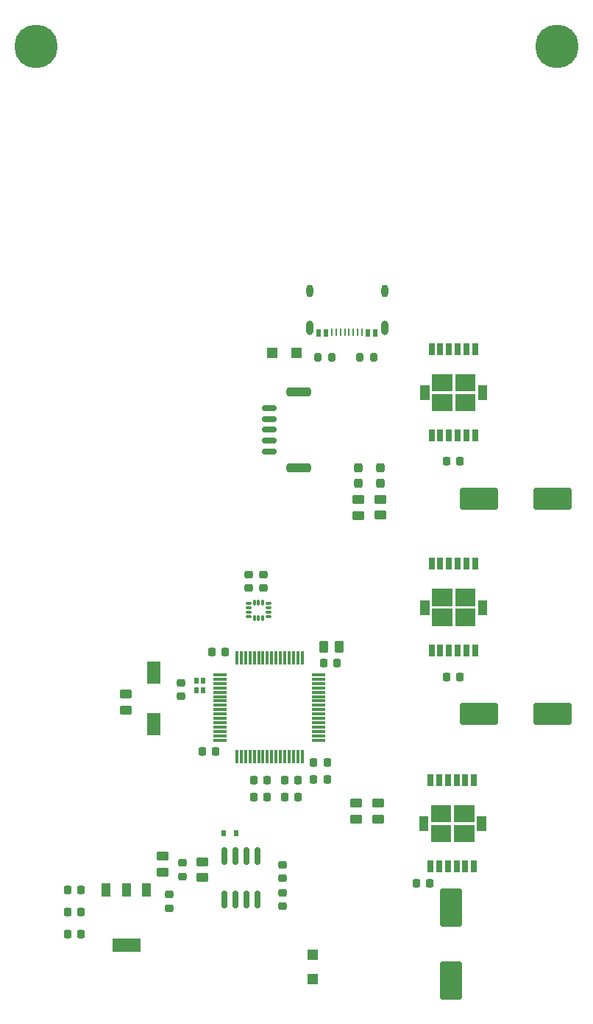
<source format=gbr>
%TF.GenerationSoftware,KiCad,Pcbnew,7.0.9-7.0.9~ubuntu22.04.1*%
%TF.CreationDate,2023-12-07T20:45:01+01:00*%
%TF.ProjectId,Carte_Base_roulante_2024,43617274-655f-4426-9173-655f726f756c,rev?*%
%TF.SameCoordinates,Original*%
%TF.FileFunction,Paste,Top*%
%TF.FilePolarity,Positive*%
%FSLAX46Y46*%
G04 Gerber Fmt 4.6, Leading zero omitted, Abs format (unit mm)*
G04 Created by KiCad (PCBNEW 7.0.9-7.0.9~ubuntu22.04.1) date 2023-12-07 20:45:01*
%MOMM*%
%LPD*%
G01*
G04 APERTURE LIST*
G04 Aperture macros list*
%AMRoundRect*
0 Rectangle with rounded corners*
0 $1 Rounding radius*
0 $2 $3 $4 $5 $6 $7 $8 $9 X,Y pos of 4 corners*
0 Add a 4 corners polygon primitive as box body*
4,1,4,$2,$3,$4,$5,$6,$7,$8,$9,$2,$3,0*
0 Add four circle primitives for the rounded corners*
1,1,$1+$1,$2,$3*
1,1,$1+$1,$4,$5*
1,1,$1+$1,$6,$7*
1,1,$1+$1,$8,$9*
0 Add four rect primitives between the rounded corners*
20,1,$1+$1,$2,$3,$4,$5,0*
20,1,$1+$1,$4,$5,$6,$7,0*
20,1,$1+$1,$6,$7,$8,$9,0*
20,1,$1+$1,$8,$9,$2,$3,0*%
G04 Aperture macros list end*
%ADD10C,0.010000*%
%ADD11C,5.000000*%
%ADD12RoundRect,0.237500X-0.237500X0.287500X-0.237500X-0.287500X0.237500X-0.287500X0.237500X0.287500X0*%
%ADD13R,0.650000X1.350000*%
%ADD14RoundRect,0.225000X0.225000X0.250000X-0.225000X0.250000X-0.225000X-0.250000X0.225000X-0.250000X0*%
%ADD15RoundRect,0.250000X-0.450000X0.262500X-0.450000X-0.262500X0.450000X-0.262500X0.450000X0.262500X0*%
%ADD16RoundRect,0.150000X-0.150000X0.825000X-0.150000X-0.825000X0.150000X-0.825000X0.150000X0.825000X0*%
%ADD17RoundRect,0.225000X-0.250000X0.225000X-0.250000X-0.225000X0.250000X-0.225000X0.250000X0.225000X0*%
%ADD18R,0.480000X0.872000*%
%ADD19R,0.240000X0.912000*%
%ADD20O,0.800000X1.680000*%
%ADD21O,0.800000X1.440000*%
%ADD22R,1.000000X1.500000*%
%ADD23R,3.300000X1.500000*%
%ADD24RoundRect,0.250000X0.450000X-0.262500X0.450000X0.262500X-0.450000X0.262500X-0.450000X-0.262500X0*%
%ADD25R,1.600000X2.500000*%
%ADD26R,1.200000X1.200000*%
%ADD27RoundRect,0.200000X0.200000X0.275000X-0.200000X0.275000X-0.200000X-0.275000X0.200000X-0.275000X0*%
%ADD28R,0.600000X0.700000*%
%ADD29RoundRect,0.075000X-0.700000X-0.075000X0.700000X-0.075000X0.700000X0.075000X-0.700000X0.075000X0*%
%ADD30RoundRect,0.075000X-0.075000X-0.700000X0.075000X-0.700000X0.075000X0.700000X-0.075000X0.700000X0*%
%ADD31RoundRect,0.218750X0.256250X-0.218750X0.256250X0.218750X-0.256250X0.218750X-0.256250X-0.218750X0*%
%ADD32RoundRect,0.250000X-0.262500X-0.450000X0.262500X-0.450000X0.262500X0.450000X-0.262500X0.450000X0*%
%ADD33RoundRect,0.250000X-1.950000X-1.000000X1.950000X-1.000000X1.950000X1.000000X-1.950000X1.000000X0*%
%ADD34RoundRect,0.200000X-0.200000X-0.275000X0.200000X-0.275000X0.200000X0.275000X-0.200000X0.275000X0*%
%ADD35RoundRect,0.250000X-1.000000X1.950000X-1.000000X-1.950000X1.000000X-1.950000X1.000000X1.950000X0*%
%ADD36RoundRect,0.225000X0.250000X-0.225000X0.250000X0.225000X-0.250000X0.225000X-0.250000X-0.225000X0*%
%ADD37RoundRect,0.027500X-0.222500X0.272500X-0.222500X-0.272500X0.222500X-0.272500X0.222500X0.272500X0*%
%ADD38RoundRect,0.225000X-0.225000X-0.250000X0.225000X-0.250000X0.225000X0.250000X-0.225000X0.250000X0*%
%ADD39RoundRect,0.150000X-0.700000X0.150000X-0.700000X-0.150000X0.700000X-0.150000X0.700000X0.150000X0*%
%ADD40RoundRect,0.250000X-1.150000X0.250000X-1.150000X-0.250000X1.150000X-0.250000X1.150000X0.250000X0*%
%ADD41RoundRect,0.087500X0.225000X0.087500X-0.225000X0.087500X-0.225000X-0.087500X0.225000X-0.087500X0*%
%ADD42RoundRect,0.087500X0.087500X0.225000X-0.087500X0.225000X-0.087500X-0.225000X0.087500X-0.225000X0*%
G04 APERTURE END LIST*
%TO.C,U2*%
D10*
X138847000Y-103563500D02*
X136597000Y-103563500D01*
X136597000Y-101663500D01*
X138847000Y-101663500D01*
X138847000Y-103563500D01*
G36*
X138847000Y-103563500D02*
G01*
X136597000Y-103563500D01*
X136597000Y-101663500D01*
X138847000Y-101663500D01*
X138847000Y-103563500D01*
G37*
X141497000Y-103563500D02*
X139247000Y-103563500D01*
X139247000Y-101663500D01*
X141497000Y-101663500D01*
X141497000Y-103563500D01*
G36*
X141497000Y-103563500D02*
G01*
X139247000Y-103563500D01*
X139247000Y-101663500D01*
X141497000Y-101663500D01*
X141497000Y-103563500D01*
G37*
X136197000Y-102263500D02*
X135247000Y-102263500D01*
X135247000Y-100663500D01*
X136197000Y-100663500D01*
X136197000Y-102263500D01*
G36*
X136197000Y-102263500D02*
G01*
X135247000Y-102263500D01*
X135247000Y-100663500D01*
X136197000Y-100663500D01*
X136197000Y-102263500D01*
G37*
X142847000Y-102263500D02*
X141897000Y-102263500D01*
X141897000Y-100663500D01*
X142847000Y-100663500D01*
X142847000Y-102263500D01*
G36*
X142847000Y-102263500D02*
G01*
X141897000Y-102263500D01*
X141897000Y-100663500D01*
X142847000Y-100663500D01*
X142847000Y-102263500D01*
G37*
X138847000Y-101263500D02*
X136597000Y-101263500D01*
X136597000Y-99363500D01*
X138847000Y-99363500D01*
X138847000Y-101263500D01*
G36*
X138847000Y-101263500D02*
G01*
X136597000Y-101263500D01*
X136597000Y-99363500D01*
X138847000Y-99363500D01*
X138847000Y-101263500D01*
G37*
X141497000Y-101263500D02*
X139247000Y-101263500D01*
X139247000Y-99363500D01*
X141497000Y-99363500D01*
X141497000Y-101263500D01*
G36*
X141497000Y-101263500D02*
G01*
X139247000Y-101263500D01*
X139247000Y-99363500D01*
X141497000Y-99363500D01*
X141497000Y-101263500D01*
G37*
%TO.C,U6*%
X138847000Y-78880000D02*
X136597000Y-78880000D01*
X136597000Y-76980000D01*
X138847000Y-76980000D01*
X138847000Y-78880000D01*
G36*
X138847000Y-78880000D02*
G01*
X136597000Y-78880000D01*
X136597000Y-76980000D01*
X138847000Y-76980000D01*
X138847000Y-78880000D01*
G37*
X141497000Y-78880000D02*
X139247000Y-78880000D01*
X139247000Y-76980000D01*
X141497000Y-76980000D01*
X141497000Y-78880000D01*
G36*
X141497000Y-78880000D02*
G01*
X139247000Y-78880000D01*
X139247000Y-76980000D01*
X141497000Y-76980000D01*
X141497000Y-78880000D01*
G37*
X136197000Y-77580000D02*
X135247000Y-77580000D01*
X135247000Y-75980000D01*
X136197000Y-75980000D01*
X136197000Y-77580000D01*
G36*
X136197000Y-77580000D02*
G01*
X135247000Y-77580000D01*
X135247000Y-75980000D01*
X136197000Y-75980000D01*
X136197000Y-77580000D01*
G37*
X142847000Y-77580000D02*
X141897000Y-77580000D01*
X141897000Y-75980000D01*
X142847000Y-75980000D01*
X142847000Y-77580000D01*
G36*
X142847000Y-77580000D02*
G01*
X141897000Y-77580000D01*
X141897000Y-75980000D01*
X142847000Y-75980000D01*
X142847000Y-77580000D01*
G37*
X138847000Y-76580000D02*
X136597000Y-76580000D01*
X136597000Y-74680000D01*
X138847000Y-74680000D01*
X138847000Y-76580000D01*
G36*
X138847000Y-76580000D02*
G01*
X136597000Y-76580000D01*
X136597000Y-74680000D01*
X138847000Y-74680000D01*
X138847000Y-76580000D01*
G37*
X141497000Y-76580000D02*
X139247000Y-76580000D01*
X139247000Y-74680000D01*
X141497000Y-74680000D01*
X141497000Y-76580000D01*
G36*
X141497000Y-76580000D02*
G01*
X139247000Y-76580000D01*
X139247000Y-74680000D01*
X141497000Y-74680000D01*
X141497000Y-76580000D01*
G37*
%TO.C,U3*%
X138720000Y-128410000D02*
X136470000Y-128410000D01*
X136470000Y-126510000D01*
X138720000Y-126510000D01*
X138720000Y-128410000D01*
G36*
X138720000Y-128410000D02*
G01*
X136470000Y-128410000D01*
X136470000Y-126510000D01*
X138720000Y-126510000D01*
X138720000Y-128410000D01*
G37*
X141370000Y-128410000D02*
X139120000Y-128410000D01*
X139120000Y-126510000D01*
X141370000Y-126510000D01*
X141370000Y-128410000D01*
G36*
X141370000Y-128410000D02*
G01*
X139120000Y-128410000D01*
X139120000Y-126510000D01*
X141370000Y-126510000D01*
X141370000Y-128410000D01*
G37*
X136070000Y-127110000D02*
X135120000Y-127110000D01*
X135120000Y-125510000D01*
X136070000Y-125510000D01*
X136070000Y-127110000D01*
G36*
X136070000Y-127110000D02*
G01*
X135120000Y-127110000D01*
X135120000Y-125510000D01*
X136070000Y-125510000D01*
X136070000Y-127110000D01*
G37*
X142720000Y-127110000D02*
X141770000Y-127110000D01*
X141770000Y-125510000D01*
X142720000Y-125510000D01*
X142720000Y-127110000D01*
G36*
X142720000Y-127110000D02*
G01*
X141770000Y-127110000D01*
X141770000Y-125510000D01*
X142720000Y-125510000D01*
X142720000Y-127110000D01*
G37*
X138720000Y-126110000D02*
X136470000Y-126110000D01*
X136470000Y-124210000D01*
X138720000Y-124210000D01*
X138720000Y-126110000D01*
G36*
X138720000Y-126110000D02*
G01*
X136470000Y-126110000D01*
X136470000Y-124210000D01*
X138720000Y-124210000D01*
X138720000Y-126110000D01*
G37*
X141370000Y-126110000D02*
X139120000Y-126110000D01*
X139120000Y-124210000D01*
X141370000Y-124210000D01*
X141370000Y-126110000D01*
G36*
X141370000Y-126110000D02*
G01*
X139120000Y-126110000D01*
X139120000Y-124210000D01*
X141370000Y-124210000D01*
X141370000Y-126110000D01*
G37*
%TD*%
D11*
%TO.C,REF\u002A\u002A*%
X151000000Y-37000000D03*
%TD*%
%TO.C,REF\u002A\u002A*%
X91000000Y-37000000D03*
%TD*%
D12*
%TO.C,LED2*%
X128072000Y-85475500D03*
X128072000Y-87225500D03*
%TD*%
D13*
%TO.C,U2*%
X136547000Y-106438500D03*
X137547000Y-106438500D03*
X138547000Y-106438500D03*
X139547000Y-106438500D03*
X140547000Y-106438500D03*
X141547000Y-106438500D03*
X141547000Y-96488500D03*
X140547000Y-96488500D03*
X139547000Y-96488500D03*
X138547000Y-96488500D03*
X137547000Y-96488500D03*
X136547000Y-96488500D03*
%TD*%
%TO.C,U6*%
X136547000Y-81755000D03*
X137547000Y-81755000D03*
X138547000Y-81755000D03*
X139547000Y-81755000D03*
X140547000Y-81755000D03*
X141547000Y-81755000D03*
X141547000Y-71805000D03*
X140547000Y-71805000D03*
X139547000Y-71805000D03*
X138547000Y-71805000D03*
X137547000Y-71805000D03*
X136547000Y-71805000D03*
%TD*%
D14*
%TO.C,C8*%
X125646000Y-107917000D03*
X124096000Y-107917000D03*
%TD*%
D15*
%TO.C,R4*%
X130358000Y-123999000D03*
X130358000Y-125824000D03*
%TD*%
D16*
%TO.C,Q2*%
X116515000Y-130080000D03*
X115245000Y-130080000D03*
X113975000Y-130080000D03*
X112705000Y-130080000D03*
X112705000Y-135030000D03*
X113975000Y-135030000D03*
X115245000Y-135030000D03*
X116515000Y-135030000D03*
%TD*%
D17*
%TO.C,C16*%
X115471500Y-97736000D03*
X115471500Y-99286000D03*
%TD*%
D14*
%TO.C,C14*%
X117645000Y-123284000D03*
X116095000Y-123284000D03*
%TD*%
D18*
%TO.C,USB-C1*%
X130048000Y-69930000D03*
X129248000Y-69930000D03*
D19*
X128048000Y-69905000D03*
X127048000Y-69905000D03*
X126548000Y-69905000D03*
X125548000Y-69905000D03*
D18*
X123548000Y-69930000D03*
X124348000Y-69930000D03*
D19*
X125048000Y-69905000D03*
X126048000Y-69905000D03*
X127548000Y-69905000D03*
X128548000Y-69905000D03*
D20*
X131118000Y-69335000D03*
D21*
X131118000Y-65155000D03*
D20*
X122478000Y-69335000D03*
D21*
X122478000Y-65155000D03*
%TD*%
D22*
%TO.C,Transfo5->3.3*%
X103702000Y-134002000D03*
X101402000Y-134002000D03*
X99102000Y-134002000D03*
D23*
X101402000Y-140302000D03*
%TD*%
D24*
%TO.C,R5*%
X105593000Y-131920000D03*
X105593000Y-130095000D03*
%TD*%
D14*
%TO.C,C9*%
X124516000Y-119347000D03*
X122966000Y-119347000D03*
%TD*%
D25*
%TO.C,SWITCH1*%
X104551000Y-114902000D03*
X104551000Y-109002000D03*
%TD*%
D26*
%TO.C,D2*%
X122865000Y-144239000D03*
X122865000Y-141439000D03*
%TD*%
D14*
%TO.C,C12*%
X121175000Y-123284000D03*
X119625000Y-123284000D03*
%TD*%
D15*
%TO.C,R2*%
X110165000Y-130730000D03*
X110165000Y-132555000D03*
%TD*%
D27*
%TO.C,R8*%
X125087000Y-72738000D03*
X123437000Y-72738000D03*
%TD*%
D28*
%TO.C,ZENER1*%
X114040000Y-127475000D03*
X112640000Y-127475000D03*
%TD*%
D29*
%TO.C,U1*%
X112211000Y-109247000D03*
X112211000Y-109747000D03*
X112211000Y-110247000D03*
X112211000Y-110747000D03*
X112211000Y-111247000D03*
X112211000Y-111747000D03*
X112211000Y-112247000D03*
X112211000Y-112747000D03*
X112211000Y-113247000D03*
X112211000Y-113747000D03*
X112211000Y-114247000D03*
X112211000Y-114747000D03*
X112211000Y-115247000D03*
X112211000Y-115747000D03*
X112211000Y-116247000D03*
X112211000Y-116747000D03*
D30*
X114136000Y-118672000D03*
X114636000Y-118672000D03*
X115136000Y-118672000D03*
X115636000Y-118672000D03*
X116136000Y-118672000D03*
X116636000Y-118672000D03*
X117136000Y-118672000D03*
X117636000Y-118672000D03*
X118136000Y-118672000D03*
X118636000Y-118672000D03*
X119136000Y-118672000D03*
X119636000Y-118672000D03*
X120136000Y-118672000D03*
X120636000Y-118672000D03*
X121136000Y-118672000D03*
X121636000Y-118672000D03*
D29*
X123561000Y-116747000D03*
X123561000Y-116247000D03*
X123561000Y-115747000D03*
X123561000Y-115247000D03*
X123561000Y-114747000D03*
X123561000Y-114247000D03*
X123561000Y-113747000D03*
X123561000Y-113247000D03*
X123561000Y-112747000D03*
X123561000Y-112247000D03*
X123561000Y-111747000D03*
X123561000Y-111247000D03*
X123561000Y-110747000D03*
X123561000Y-110247000D03*
X123561000Y-109747000D03*
X123561000Y-109247000D03*
D30*
X121636000Y-107322000D03*
X121136000Y-107322000D03*
X120636000Y-107322000D03*
X120136000Y-107322000D03*
X119636000Y-107322000D03*
X119136000Y-107322000D03*
X118636000Y-107322000D03*
X118136000Y-107322000D03*
X117636000Y-107322000D03*
X117136000Y-107322000D03*
X116636000Y-107322000D03*
X116136000Y-107322000D03*
X115636000Y-107322000D03*
X115136000Y-107322000D03*
X114636000Y-107322000D03*
X114136000Y-107322000D03*
%TD*%
D14*
%TO.C,C22*%
X96209000Y-134002000D03*
X94659000Y-134002000D03*
%TD*%
D31*
%TO.C,D5*%
X107879000Y-132428000D03*
X107879000Y-130853000D03*
%TD*%
D32*
%TO.C,R1*%
X124111500Y-106012000D03*
X125936500Y-106012000D03*
%TD*%
D17*
%TO.C,C23*%
X119387500Y-131098000D03*
X119387500Y-132648000D03*
%TD*%
D33*
%TO.C,C2*%
X142024000Y-88975000D03*
X150424000Y-88975000D03*
%TD*%
D34*
%TO.C,R7*%
X128263000Y-72738000D03*
X129913000Y-72738000D03*
%TD*%
D35*
%TO.C,C6*%
X138740000Y-135975000D03*
X138740000Y-144375000D03*
%TD*%
D14*
%TO.C,C11*%
X124516000Y-121252000D03*
X122966000Y-121252000D03*
%TD*%
D24*
%TO.C,R3*%
X127818000Y-125824000D03*
X127818000Y-123999000D03*
%TD*%
D17*
%TO.C,C17*%
X117216500Y-97736000D03*
X117216500Y-99286000D03*
%TD*%
D14*
%TO.C,C21*%
X96209000Y-136512000D03*
X94659000Y-136512000D03*
%TD*%
%TO.C,C15*%
X117645000Y-121379000D03*
X116095000Y-121379000D03*
%TD*%
D36*
%TO.C,C24*%
X119387500Y-135870000D03*
X119387500Y-134320000D03*
%TD*%
D37*
%TO.C,QUARTZ1*%
X109466000Y-109907000D03*
X109466000Y-111007000D03*
X110266000Y-111007000D03*
X110266000Y-109907000D03*
%TD*%
D12*
%TO.C,LED1*%
X130612000Y-85466000D03*
X130612000Y-87216000D03*
%TD*%
D17*
%TO.C,C18*%
X107726000Y-110177000D03*
X107726000Y-111727000D03*
%TD*%
D38*
%TO.C,C7*%
X110126000Y-118077000D03*
X111676000Y-118077000D03*
%TD*%
%TO.C,C10*%
X111256000Y-106647000D03*
X112806000Y-106647000D03*
%TD*%
D14*
%TO.C,C20*%
X96209000Y-139022000D03*
X94659000Y-139022000D03*
%TD*%
D26*
%TO.C,D3*%
X118160000Y-72230000D03*
X120960000Y-72230000D03*
%TD*%
D14*
%TO.C,C13*%
X121175000Y-121379000D03*
X119625000Y-121379000D03*
%TD*%
D24*
%TO.C,R6*%
X128072000Y-90922500D03*
X128072000Y-89097500D03*
%TD*%
D33*
%TO.C,C4*%
X142024000Y-113725000D03*
X150424000Y-113725000D03*
%TD*%
D13*
%TO.C,U3*%
X136420000Y-131285000D03*
X137420000Y-131285000D03*
X138420000Y-131285000D03*
X139420000Y-131285000D03*
X140420000Y-131285000D03*
X141420000Y-131285000D03*
X141420000Y-121335000D03*
X140420000Y-121335000D03*
X139420000Y-121335000D03*
X138420000Y-121335000D03*
X137420000Y-121335000D03*
X136420000Y-121335000D03*
%TD*%
D24*
%TO.C,R10*%
X130646000Y-90913000D03*
X130646000Y-89088000D03*
%TD*%
D39*
%TO.C,DEBUG1*%
X117864000Y-78588000D03*
X117864000Y-79838000D03*
X117864000Y-81088000D03*
X117864000Y-82338000D03*
X117864000Y-83588000D03*
D40*
X121214000Y-76738000D03*
X121214000Y-85438000D03*
%TD*%
D41*
%TO.C,IMU1*%
X117796500Y-102575000D03*
X117796500Y-102075000D03*
X117796500Y-101575000D03*
X117796500Y-101075000D03*
D42*
X117134000Y-100912500D03*
X116634000Y-100912500D03*
X116134000Y-100912500D03*
D41*
X115471500Y-101075000D03*
X115471500Y-101575000D03*
X115471500Y-102075000D03*
X115471500Y-102575000D03*
D42*
X116134000Y-102737500D03*
X116634000Y-102737500D03*
X117134000Y-102737500D03*
%TD*%
D17*
%TO.C,C19*%
X106369000Y-134497000D03*
X106369000Y-136047000D03*
%TD*%
D14*
%TO.C,C3*%
X139790000Y-109475000D03*
X138240000Y-109475000D03*
%TD*%
D15*
%TO.C,R9*%
X101376000Y-111449500D03*
X101376000Y-113274500D03*
%TD*%
D14*
%TO.C,C1*%
X139790000Y-84725000D03*
X138240000Y-84725000D03*
%TD*%
%TO.C,C5*%
X136340000Y-133190000D03*
X134790000Y-133190000D03*
%TD*%
M02*

</source>
